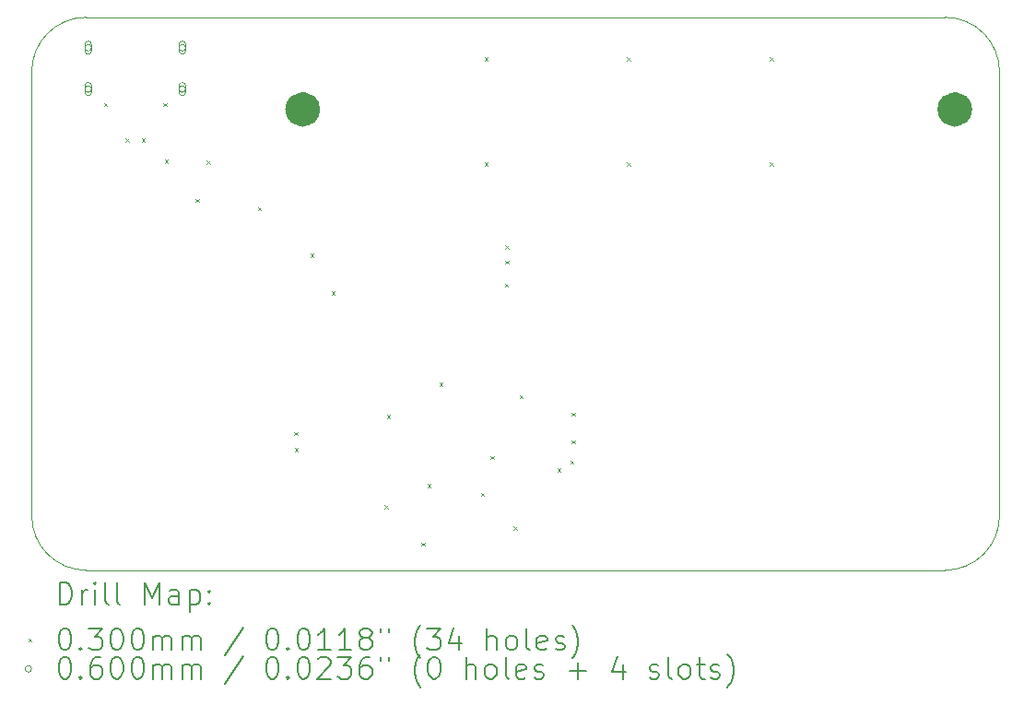
<source format=gbr>
%TF.GenerationSoftware,KiCad,Pcbnew,9.0.0*%
%TF.CreationDate,2025-03-23T23:41:23-05:00*%
%TF.ProjectId,stm32card,73746d33-3263-4617-9264-2e6b69636164,rev?*%
%TF.SameCoordinates,Original*%
%TF.FileFunction,Drillmap*%
%TF.FilePolarity,Positive*%
%FSLAX45Y45*%
G04 Gerber Fmt 4.5, Leading zero omitted, Abs format (unit mm)*
G04 Created by KiCad (PCBNEW 9.0.0) date 2025-03-23 23:41:23*
%MOMM*%
%LPD*%
G01*
G04 APERTURE LIST*
%ADD10C,0.050000*%
%ADD11C,1.600000*%
%ADD12C,0.200000*%
%ADD13C,0.100000*%
G04 APERTURE END LIST*
D10*
X13756447Y-13233553D02*
X21646447Y-13233553D01*
X13756447Y-13233553D02*
G75*
G02*
X13256447Y-12733553I3J500003D01*
G01*
X13256447Y-8653553D02*
X13256447Y-12733553D01*
X21646447Y-8153553D02*
G75*
G02*
X22146447Y-8653553I3J-499997D01*
G01*
X22146447Y-12733553D02*
X22146447Y-8653553D01*
X21646447Y-8153553D02*
X13756447Y-8153553D01*
X13256447Y-8653553D02*
G75*
G02*
X13756447Y-8153547I500003J3D01*
G01*
X22146447Y-12733553D02*
G75*
G02*
X21646447Y-13233547I-499997J3D01*
G01*
D11*
X15825353Y-9000238D02*
G75*
G02*
X15665353Y-9000238I-80000J0D01*
G01*
X15665353Y-9000238D02*
G75*
G02*
X15825353Y-9000238I80000J0D01*
G01*
X21815353Y-9000238D02*
G75*
G02*
X21655353Y-9000238I-80000J0D01*
G01*
X21655353Y-9000238D02*
G75*
G02*
X21815353Y-9000238I80000J0D01*
G01*
D12*
D13*
X13918113Y-8940553D02*
X13948113Y-8970553D01*
X13948113Y-8940553D02*
X13918113Y-8970553D01*
X14118113Y-9265553D02*
X14148113Y-9295553D01*
X14148113Y-9265553D02*
X14118113Y-9295553D01*
X14268113Y-9265553D02*
X14298113Y-9295553D01*
X14298113Y-9265553D02*
X14268113Y-9295553D01*
X14467447Y-8940553D02*
X14497447Y-8970553D01*
X14497447Y-8940553D02*
X14467447Y-8970553D01*
X14480025Y-9463069D02*
X14510025Y-9493069D01*
X14510025Y-9463069D02*
X14480025Y-9493069D01*
X14760287Y-9819910D02*
X14790287Y-9849910D01*
X14790287Y-9819910D02*
X14760287Y-9849910D01*
X14862376Y-9467836D02*
X14892376Y-9497836D01*
X14892376Y-9467836D02*
X14862376Y-9497836D01*
X15334395Y-9898177D02*
X15364395Y-9928177D01*
X15364395Y-9898177D02*
X15334395Y-9928177D01*
X15667855Y-11963740D02*
X15697855Y-11993740D01*
X15697855Y-11963740D02*
X15667855Y-11993740D01*
X15670144Y-12113600D02*
X15700144Y-12143600D01*
X15700144Y-12113600D02*
X15670144Y-12143600D01*
X15817569Y-10323323D02*
X15847569Y-10353323D01*
X15847569Y-10323323D02*
X15817569Y-10353323D01*
X16008863Y-10671007D02*
X16038863Y-10701007D01*
X16038863Y-10671007D02*
X16008863Y-10701007D01*
X16496773Y-12636868D02*
X16526773Y-12666868D01*
X16526773Y-12636868D02*
X16496773Y-12666868D01*
X16518870Y-11809091D02*
X16548870Y-11839091D01*
X16548870Y-11809091D02*
X16518870Y-11839091D01*
X16835898Y-12978531D02*
X16865898Y-13008531D01*
X16865898Y-12978531D02*
X16835898Y-13008531D01*
X16890776Y-12443088D02*
X16920776Y-12473088D01*
X16920776Y-12443088D02*
X16890776Y-12473088D01*
X17001361Y-11510728D02*
X17031361Y-11540728D01*
X17031361Y-11510728D02*
X17001361Y-11540728D01*
X17382855Y-12523096D02*
X17412855Y-12553096D01*
X17412855Y-12523096D02*
X17382855Y-12553096D01*
X17415353Y-8521558D02*
X17445353Y-8551558D01*
X17445353Y-8521558D02*
X17415353Y-8551558D01*
X17415353Y-9484882D02*
X17445353Y-9514882D01*
X17445353Y-9484882D02*
X17415353Y-9514882D01*
X17469624Y-12182906D02*
X17499624Y-12212906D01*
X17499624Y-12182906D02*
X17469624Y-12212906D01*
X17602115Y-10598553D02*
X17632115Y-10628553D01*
X17632115Y-10598553D02*
X17602115Y-10628553D01*
X17604964Y-10248553D02*
X17634964Y-10278553D01*
X17634964Y-10248553D02*
X17604964Y-10278553D01*
X17604964Y-10388553D02*
X17634964Y-10418553D01*
X17634964Y-10388553D02*
X17604964Y-10418553D01*
X17681471Y-12832865D02*
X17711471Y-12862865D01*
X17711471Y-12832865D02*
X17681471Y-12862865D01*
X17736654Y-11624855D02*
X17766654Y-11654855D01*
X17766654Y-11624855D02*
X17736654Y-11654855D01*
X18086552Y-12296162D02*
X18116552Y-12326162D01*
X18116552Y-12296162D02*
X18086552Y-12326162D01*
X18204436Y-12226021D02*
X18234436Y-12256021D01*
X18234436Y-12226021D02*
X18204436Y-12256021D01*
X18214064Y-12038526D02*
X18244064Y-12068526D01*
X18244064Y-12038526D02*
X18214064Y-12068526D01*
X18215680Y-11786663D02*
X18245680Y-11816663D01*
X18245680Y-11786663D02*
X18215680Y-11816663D01*
X18725353Y-8521558D02*
X18755353Y-8551558D01*
X18755353Y-8521558D02*
X18725353Y-8551558D01*
X18725353Y-9484882D02*
X18755353Y-9514882D01*
X18755353Y-9484882D02*
X18725353Y-9514882D01*
X20035353Y-8521558D02*
X20065353Y-8551558D01*
X20065353Y-8521558D02*
X20035353Y-8551558D01*
X20035353Y-9484882D02*
X20065353Y-9514882D01*
X20065353Y-9484882D02*
X20035353Y-9514882D01*
X13805447Y-8433000D02*
G75*
G02*
X13745447Y-8433000I-30000J0D01*
G01*
X13745447Y-8433000D02*
G75*
G02*
X13805447Y-8433000I30000J0D01*
G01*
X13805447Y-8463000D02*
X13805447Y-8403000D01*
X13745447Y-8403000D02*
G75*
G02*
X13805447Y-8403000I30000J0D01*
G01*
X13745447Y-8403000D02*
X13745447Y-8463000D01*
X13745447Y-8463000D02*
G75*
G03*
X13805447Y-8463000I30000J0D01*
G01*
X13805447Y-8813000D02*
G75*
G02*
X13745447Y-8813000I-30000J0D01*
G01*
X13745447Y-8813000D02*
G75*
G02*
X13805447Y-8813000I30000J0D01*
G01*
X13805447Y-8843000D02*
X13805447Y-8783000D01*
X13745447Y-8783000D02*
G75*
G02*
X13805447Y-8783000I30000J0D01*
G01*
X13745447Y-8783000D02*
X13745447Y-8843000D01*
X13745447Y-8843000D02*
G75*
G03*
X13805447Y-8843000I30000J0D01*
G01*
X14669447Y-8433000D02*
G75*
G02*
X14609447Y-8433000I-30000J0D01*
G01*
X14609447Y-8433000D02*
G75*
G02*
X14669447Y-8433000I30000J0D01*
G01*
X14669447Y-8463000D02*
X14669447Y-8403000D01*
X14609447Y-8403000D02*
G75*
G02*
X14669447Y-8403000I30000J0D01*
G01*
X14609447Y-8403000D02*
X14609447Y-8463000D01*
X14609447Y-8463000D02*
G75*
G03*
X14669447Y-8463000I30000J0D01*
G01*
X14669447Y-8813000D02*
G75*
G02*
X14609447Y-8813000I-30000J0D01*
G01*
X14609447Y-8813000D02*
G75*
G02*
X14669447Y-8813000I30000J0D01*
G01*
X14669447Y-8843000D02*
X14669447Y-8783000D01*
X14609447Y-8783000D02*
G75*
G02*
X14669447Y-8783000I30000J0D01*
G01*
X14609447Y-8783000D02*
X14609447Y-8843000D01*
X14609447Y-8843000D02*
G75*
G03*
X14669447Y-8843000I30000J0D01*
G01*
D12*
X13514723Y-13547537D02*
X13514723Y-13347537D01*
X13514723Y-13347537D02*
X13562342Y-13347537D01*
X13562342Y-13347537D02*
X13590914Y-13357061D01*
X13590914Y-13357061D02*
X13609961Y-13376109D01*
X13609961Y-13376109D02*
X13619485Y-13395156D01*
X13619485Y-13395156D02*
X13629009Y-13433251D01*
X13629009Y-13433251D02*
X13629009Y-13461823D01*
X13629009Y-13461823D02*
X13619485Y-13499918D01*
X13619485Y-13499918D02*
X13609961Y-13518966D01*
X13609961Y-13518966D02*
X13590914Y-13538013D01*
X13590914Y-13538013D02*
X13562342Y-13547537D01*
X13562342Y-13547537D02*
X13514723Y-13547537D01*
X13714723Y-13547537D02*
X13714723Y-13414204D01*
X13714723Y-13452299D02*
X13724247Y-13433251D01*
X13724247Y-13433251D02*
X13733771Y-13423728D01*
X13733771Y-13423728D02*
X13752819Y-13414204D01*
X13752819Y-13414204D02*
X13771866Y-13414204D01*
X13838533Y-13547537D02*
X13838533Y-13414204D01*
X13838533Y-13347537D02*
X13829009Y-13357061D01*
X13829009Y-13357061D02*
X13838533Y-13366585D01*
X13838533Y-13366585D02*
X13848057Y-13357061D01*
X13848057Y-13357061D02*
X13838533Y-13347537D01*
X13838533Y-13347537D02*
X13838533Y-13366585D01*
X13962342Y-13547537D02*
X13943295Y-13538013D01*
X13943295Y-13538013D02*
X13933771Y-13518966D01*
X13933771Y-13518966D02*
X13933771Y-13347537D01*
X14067104Y-13547537D02*
X14048057Y-13538013D01*
X14048057Y-13538013D02*
X14038533Y-13518966D01*
X14038533Y-13518966D02*
X14038533Y-13347537D01*
X14295676Y-13547537D02*
X14295676Y-13347537D01*
X14295676Y-13347537D02*
X14362342Y-13490394D01*
X14362342Y-13490394D02*
X14429009Y-13347537D01*
X14429009Y-13347537D02*
X14429009Y-13547537D01*
X14609961Y-13547537D02*
X14609961Y-13442775D01*
X14609961Y-13442775D02*
X14600438Y-13423728D01*
X14600438Y-13423728D02*
X14581390Y-13414204D01*
X14581390Y-13414204D02*
X14543295Y-13414204D01*
X14543295Y-13414204D02*
X14524247Y-13423728D01*
X14609961Y-13538013D02*
X14590914Y-13547537D01*
X14590914Y-13547537D02*
X14543295Y-13547537D01*
X14543295Y-13547537D02*
X14524247Y-13538013D01*
X14524247Y-13538013D02*
X14514723Y-13518966D01*
X14514723Y-13518966D02*
X14514723Y-13499918D01*
X14514723Y-13499918D02*
X14524247Y-13480870D01*
X14524247Y-13480870D02*
X14543295Y-13471347D01*
X14543295Y-13471347D02*
X14590914Y-13471347D01*
X14590914Y-13471347D02*
X14609961Y-13461823D01*
X14705200Y-13414204D02*
X14705200Y-13614204D01*
X14705200Y-13423728D02*
X14724247Y-13414204D01*
X14724247Y-13414204D02*
X14762342Y-13414204D01*
X14762342Y-13414204D02*
X14781390Y-13423728D01*
X14781390Y-13423728D02*
X14790914Y-13433251D01*
X14790914Y-13433251D02*
X14800438Y-13452299D01*
X14800438Y-13452299D02*
X14800438Y-13509442D01*
X14800438Y-13509442D02*
X14790914Y-13528489D01*
X14790914Y-13528489D02*
X14781390Y-13538013D01*
X14781390Y-13538013D02*
X14762342Y-13547537D01*
X14762342Y-13547537D02*
X14724247Y-13547537D01*
X14724247Y-13547537D02*
X14705200Y-13538013D01*
X14886152Y-13528489D02*
X14895676Y-13538013D01*
X14895676Y-13538013D02*
X14886152Y-13547537D01*
X14886152Y-13547537D02*
X14876628Y-13538013D01*
X14876628Y-13538013D02*
X14886152Y-13528489D01*
X14886152Y-13528489D02*
X14886152Y-13547537D01*
X14886152Y-13423728D02*
X14895676Y-13433251D01*
X14895676Y-13433251D02*
X14886152Y-13442775D01*
X14886152Y-13442775D02*
X14876628Y-13433251D01*
X14876628Y-13433251D02*
X14886152Y-13423728D01*
X14886152Y-13423728D02*
X14886152Y-13442775D01*
D13*
X13223947Y-13861053D02*
X13253947Y-13891053D01*
X13253947Y-13861053D02*
X13223947Y-13891053D01*
D12*
X13552819Y-13767537D02*
X13571866Y-13767537D01*
X13571866Y-13767537D02*
X13590914Y-13777061D01*
X13590914Y-13777061D02*
X13600438Y-13786585D01*
X13600438Y-13786585D02*
X13609961Y-13805632D01*
X13609961Y-13805632D02*
X13619485Y-13843728D01*
X13619485Y-13843728D02*
X13619485Y-13891347D01*
X13619485Y-13891347D02*
X13609961Y-13929442D01*
X13609961Y-13929442D02*
X13600438Y-13948489D01*
X13600438Y-13948489D02*
X13590914Y-13958013D01*
X13590914Y-13958013D02*
X13571866Y-13967537D01*
X13571866Y-13967537D02*
X13552819Y-13967537D01*
X13552819Y-13967537D02*
X13533771Y-13958013D01*
X13533771Y-13958013D02*
X13524247Y-13948489D01*
X13524247Y-13948489D02*
X13514723Y-13929442D01*
X13514723Y-13929442D02*
X13505200Y-13891347D01*
X13505200Y-13891347D02*
X13505200Y-13843728D01*
X13505200Y-13843728D02*
X13514723Y-13805632D01*
X13514723Y-13805632D02*
X13524247Y-13786585D01*
X13524247Y-13786585D02*
X13533771Y-13777061D01*
X13533771Y-13777061D02*
X13552819Y-13767537D01*
X13705200Y-13948489D02*
X13714723Y-13958013D01*
X13714723Y-13958013D02*
X13705200Y-13967537D01*
X13705200Y-13967537D02*
X13695676Y-13958013D01*
X13695676Y-13958013D02*
X13705200Y-13948489D01*
X13705200Y-13948489D02*
X13705200Y-13967537D01*
X13781390Y-13767537D02*
X13905200Y-13767537D01*
X13905200Y-13767537D02*
X13838533Y-13843728D01*
X13838533Y-13843728D02*
X13867104Y-13843728D01*
X13867104Y-13843728D02*
X13886152Y-13853251D01*
X13886152Y-13853251D02*
X13895676Y-13862775D01*
X13895676Y-13862775D02*
X13905200Y-13881823D01*
X13905200Y-13881823D02*
X13905200Y-13929442D01*
X13905200Y-13929442D02*
X13895676Y-13948489D01*
X13895676Y-13948489D02*
X13886152Y-13958013D01*
X13886152Y-13958013D02*
X13867104Y-13967537D01*
X13867104Y-13967537D02*
X13809961Y-13967537D01*
X13809961Y-13967537D02*
X13790914Y-13958013D01*
X13790914Y-13958013D02*
X13781390Y-13948489D01*
X14029009Y-13767537D02*
X14048057Y-13767537D01*
X14048057Y-13767537D02*
X14067104Y-13777061D01*
X14067104Y-13777061D02*
X14076628Y-13786585D01*
X14076628Y-13786585D02*
X14086152Y-13805632D01*
X14086152Y-13805632D02*
X14095676Y-13843728D01*
X14095676Y-13843728D02*
X14095676Y-13891347D01*
X14095676Y-13891347D02*
X14086152Y-13929442D01*
X14086152Y-13929442D02*
X14076628Y-13948489D01*
X14076628Y-13948489D02*
X14067104Y-13958013D01*
X14067104Y-13958013D02*
X14048057Y-13967537D01*
X14048057Y-13967537D02*
X14029009Y-13967537D01*
X14029009Y-13967537D02*
X14009961Y-13958013D01*
X14009961Y-13958013D02*
X14000438Y-13948489D01*
X14000438Y-13948489D02*
X13990914Y-13929442D01*
X13990914Y-13929442D02*
X13981390Y-13891347D01*
X13981390Y-13891347D02*
X13981390Y-13843728D01*
X13981390Y-13843728D02*
X13990914Y-13805632D01*
X13990914Y-13805632D02*
X14000438Y-13786585D01*
X14000438Y-13786585D02*
X14009961Y-13777061D01*
X14009961Y-13777061D02*
X14029009Y-13767537D01*
X14219485Y-13767537D02*
X14238533Y-13767537D01*
X14238533Y-13767537D02*
X14257581Y-13777061D01*
X14257581Y-13777061D02*
X14267104Y-13786585D01*
X14267104Y-13786585D02*
X14276628Y-13805632D01*
X14276628Y-13805632D02*
X14286152Y-13843728D01*
X14286152Y-13843728D02*
X14286152Y-13891347D01*
X14286152Y-13891347D02*
X14276628Y-13929442D01*
X14276628Y-13929442D02*
X14267104Y-13948489D01*
X14267104Y-13948489D02*
X14257581Y-13958013D01*
X14257581Y-13958013D02*
X14238533Y-13967537D01*
X14238533Y-13967537D02*
X14219485Y-13967537D01*
X14219485Y-13967537D02*
X14200438Y-13958013D01*
X14200438Y-13958013D02*
X14190914Y-13948489D01*
X14190914Y-13948489D02*
X14181390Y-13929442D01*
X14181390Y-13929442D02*
X14171866Y-13891347D01*
X14171866Y-13891347D02*
X14171866Y-13843728D01*
X14171866Y-13843728D02*
X14181390Y-13805632D01*
X14181390Y-13805632D02*
X14190914Y-13786585D01*
X14190914Y-13786585D02*
X14200438Y-13777061D01*
X14200438Y-13777061D02*
X14219485Y-13767537D01*
X14371866Y-13967537D02*
X14371866Y-13834204D01*
X14371866Y-13853251D02*
X14381390Y-13843728D01*
X14381390Y-13843728D02*
X14400438Y-13834204D01*
X14400438Y-13834204D02*
X14429009Y-13834204D01*
X14429009Y-13834204D02*
X14448057Y-13843728D01*
X14448057Y-13843728D02*
X14457581Y-13862775D01*
X14457581Y-13862775D02*
X14457581Y-13967537D01*
X14457581Y-13862775D02*
X14467104Y-13843728D01*
X14467104Y-13843728D02*
X14486152Y-13834204D01*
X14486152Y-13834204D02*
X14514723Y-13834204D01*
X14514723Y-13834204D02*
X14533771Y-13843728D01*
X14533771Y-13843728D02*
X14543295Y-13862775D01*
X14543295Y-13862775D02*
X14543295Y-13967537D01*
X14638533Y-13967537D02*
X14638533Y-13834204D01*
X14638533Y-13853251D02*
X14648057Y-13843728D01*
X14648057Y-13843728D02*
X14667104Y-13834204D01*
X14667104Y-13834204D02*
X14695676Y-13834204D01*
X14695676Y-13834204D02*
X14714723Y-13843728D01*
X14714723Y-13843728D02*
X14724247Y-13862775D01*
X14724247Y-13862775D02*
X14724247Y-13967537D01*
X14724247Y-13862775D02*
X14733771Y-13843728D01*
X14733771Y-13843728D02*
X14752819Y-13834204D01*
X14752819Y-13834204D02*
X14781390Y-13834204D01*
X14781390Y-13834204D02*
X14800438Y-13843728D01*
X14800438Y-13843728D02*
X14809962Y-13862775D01*
X14809962Y-13862775D02*
X14809962Y-13967537D01*
X15200438Y-13758013D02*
X15029009Y-14015156D01*
X15457581Y-13767537D02*
X15476628Y-13767537D01*
X15476628Y-13767537D02*
X15495676Y-13777061D01*
X15495676Y-13777061D02*
X15505200Y-13786585D01*
X15505200Y-13786585D02*
X15514724Y-13805632D01*
X15514724Y-13805632D02*
X15524247Y-13843728D01*
X15524247Y-13843728D02*
X15524247Y-13891347D01*
X15524247Y-13891347D02*
X15514724Y-13929442D01*
X15514724Y-13929442D02*
X15505200Y-13948489D01*
X15505200Y-13948489D02*
X15495676Y-13958013D01*
X15495676Y-13958013D02*
X15476628Y-13967537D01*
X15476628Y-13967537D02*
X15457581Y-13967537D01*
X15457581Y-13967537D02*
X15438533Y-13958013D01*
X15438533Y-13958013D02*
X15429009Y-13948489D01*
X15429009Y-13948489D02*
X15419485Y-13929442D01*
X15419485Y-13929442D02*
X15409962Y-13891347D01*
X15409962Y-13891347D02*
X15409962Y-13843728D01*
X15409962Y-13843728D02*
X15419485Y-13805632D01*
X15419485Y-13805632D02*
X15429009Y-13786585D01*
X15429009Y-13786585D02*
X15438533Y-13777061D01*
X15438533Y-13777061D02*
X15457581Y-13767537D01*
X15609962Y-13948489D02*
X15619485Y-13958013D01*
X15619485Y-13958013D02*
X15609962Y-13967537D01*
X15609962Y-13967537D02*
X15600438Y-13958013D01*
X15600438Y-13958013D02*
X15609962Y-13948489D01*
X15609962Y-13948489D02*
X15609962Y-13967537D01*
X15743295Y-13767537D02*
X15762343Y-13767537D01*
X15762343Y-13767537D02*
X15781390Y-13777061D01*
X15781390Y-13777061D02*
X15790914Y-13786585D01*
X15790914Y-13786585D02*
X15800438Y-13805632D01*
X15800438Y-13805632D02*
X15809962Y-13843728D01*
X15809962Y-13843728D02*
X15809962Y-13891347D01*
X15809962Y-13891347D02*
X15800438Y-13929442D01*
X15800438Y-13929442D02*
X15790914Y-13948489D01*
X15790914Y-13948489D02*
X15781390Y-13958013D01*
X15781390Y-13958013D02*
X15762343Y-13967537D01*
X15762343Y-13967537D02*
X15743295Y-13967537D01*
X15743295Y-13967537D02*
X15724247Y-13958013D01*
X15724247Y-13958013D02*
X15714724Y-13948489D01*
X15714724Y-13948489D02*
X15705200Y-13929442D01*
X15705200Y-13929442D02*
X15695676Y-13891347D01*
X15695676Y-13891347D02*
X15695676Y-13843728D01*
X15695676Y-13843728D02*
X15705200Y-13805632D01*
X15705200Y-13805632D02*
X15714724Y-13786585D01*
X15714724Y-13786585D02*
X15724247Y-13777061D01*
X15724247Y-13777061D02*
X15743295Y-13767537D01*
X16000438Y-13967537D02*
X15886152Y-13967537D01*
X15943295Y-13967537D02*
X15943295Y-13767537D01*
X15943295Y-13767537D02*
X15924247Y-13796109D01*
X15924247Y-13796109D02*
X15905200Y-13815156D01*
X15905200Y-13815156D02*
X15886152Y-13824680D01*
X16190914Y-13967537D02*
X16076628Y-13967537D01*
X16133771Y-13967537D02*
X16133771Y-13767537D01*
X16133771Y-13767537D02*
X16114724Y-13796109D01*
X16114724Y-13796109D02*
X16095676Y-13815156D01*
X16095676Y-13815156D02*
X16076628Y-13824680D01*
X16305200Y-13853251D02*
X16286152Y-13843728D01*
X16286152Y-13843728D02*
X16276628Y-13834204D01*
X16276628Y-13834204D02*
X16267105Y-13815156D01*
X16267105Y-13815156D02*
X16267105Y-13805632D01*
X16267105Y-13805632D02*
X16276628Y-13786585D01*
X16276628Y-13786585D02*
X16286152Y-13777061D01*
X16286152Y-13777061D02*
X16305200Y-13767537D01*
X16305200Y-13767537D02*
X16343295Y-13767537D01*
X16343295Y-13767537D02*
X16362343Y-13777061D01*
X16362343Y-13777061D02*
X16371866Y-13786585D01*
X16371866Y-13786585D02*
X16381390Y-13805632D01*
X16381390Y-13805632D02*
X16381390Y-13815156D01*
X16381390Y-13815156D02*
X16371866Y-13834204D01*
X16371866Y-13834204D02*
X16362343Y-13843728D01*
X16362343Y-13843728D02*
X16343295Y-13853251D01*
X16343295Y-13853251D02*
X16305200Y-13853251D01*
X16305200Y-13853251D02*
X16286152Y-13862775D01*
X16286152Y-13862775D02*
X16276628Y-13872299D01*
X16276628Y-13872299D02*
X16267105Y-13891347D01*
X16267105Y-13891347D02*
X16267105Y-13929442D01*
X16267105Y-13929442D02*
X16276628Y-13948489D01*
X16276628Y-13948489D02*
X16286152Y-13958013D01*
X16286152Y-13958013D02*
X16305200Y-13967537D01*
X16305200Y-13967537D02*
X16343295Y-13967537D01*
X16343295Y-13967537D02*
X16362343Y-13958013D01*
X16362343Y-13958013D02*
X16371866Y-13948489D01*
X16371866Y-13948489D02*
X16381390Y-13929442D01*
X16381390Y-13929442D02*
X16381390Y-13891347D01*
X16381390Y-13891347D02*
X16371866Y-13872299D01*
X16371866Y-13872299D02*
X16362343Y-13862775D01*
X16362343Y-13862775D02*
X16343295Y-13853251D01*
X16457581Y-13767537D02*
X16457581Y-13805632D01*
X16533771Y-13767537D02*
X16533771Y-13805632D01*
X16829010Y-14043728D02*
X16819486Y-14034204D01*
X16819486Y-14034204D02*
X16800438Y-14005632D01*
X16800438Y-14005632D02*
X16790914Y-13986585D01*
X16790914Y-13986585D02*
X16781390Y-13958013D01*
X16781390Y-13958013D02*
X16771867Y-13910394D01*
X16771867Y-13910394D02*
X16771867Y-13872299D01*
X16771867Y-13872299D02*
X16781390Y-13824680D01*
X16781390Y-13824680D02*
X16790914Y-13796109D01*
X16790914Y-13796109D02*
X16800438Y-13777061D01*
X16800438Y-13777061D02*
X16819486Y-13748489D01*
X16819486Y-13748489D02*
X16829010Y-13738966D01*
X16886152Y-13767537D02*
X17009962Y-13767537D01*
X17009962Y-13767537D02*
X16943295Y-13843728D01*
X16943295Y-13843728D02*
X16971867Y-13843728D01*
X16971867Y-13843728D02*
X16990914Y-13853251D01*
X16990914Y-13853251D02*
X17000438Y-13862775D01*
X17000438Y-13862775D02*
X17009962Y-13881823D01*
X17009962Y-13881823D02*
X17009962Y-13929442D01*
X17009962Y-13929442D02*
X17000438Y-13948489D01*
X17000438Y-13948489D02*
X16990914Y-13958013D01*
X16990914Y-13958013D02*
X16971867Y-13967537D01*
X16971867Y-13967537D02*
X16914724Y-13967537D01*
X16914724Y-13967537D02*
X16895676Y-13958013D01*
X16895676Y-13958013D02*
X16886152Y-13948489D01*
X17181390Y-13834204D02*
X17181390Y-13967537D01*
X17133771Y-13758013D02*
X17086152Y-13900870D01*
X17086152Y-13900870D02*
X17209962Y-13900870D01*
X17438533Y-13967537D02*
X17438533Y-13767537D01*
X17524248Y-13967537D02*
X17524248Y-13862775D01*
X17524248Y-13862775D02*
X17514724Y-13843728D01*
X17514724Y-13843728D02*
X17495676Y-13834204D01*
X17495676Y-13834204D02*
X17467105Y-13834204D01*
X17467105Y-13834204D02*
X17448057Y-13843728D01*
X17448057Y-13843728D02*
X17438533Y-13853251D01*
X17648057Y-13967537D02*
X17629010Y-13958013D01*
X17629010Y-13958013D02*
X17619486Y-13948489D01*
X17619486Y-13948489D02*
X17609962Y-13929442D01*
X17609962Y-13929442D02*
X17609962Y-13872299D01*
X17609962Y-13872299D02*
X17619486Y-13853251D01*
X17619486Y-13853251D02*
X17629010Y-13843728D01*
X17629010Y-13843728D02*
X17648057Y-13834204D01*
X17648057Y-13834204D02*
X17676629Y-13834204D01*
X17676629Y-13834204D02*
X17695676Y-13843728D01*
X17695676Y-13843728D02*
X17705200Y-13853251D01*
X17705200Y-13853251D02*
X17714724Y-13872299D01*
X17714724Y-13872299D02*
X17714724Y-13929442D01*
X17714724Y-13929442D02*
X17705200Y-13948489D01*
X17705200Y-13948489D02*
X17695676Y-13958013D01*
X17695676Y-13958013D02*
X17676629Y-13967537D01*
X17676629Y-13967537D02*
X17648057Y-13967537D01*
X17829010Y-13967537D02*
X17809962Y-13958013D01*
X17809962Y-13958013D02*
X17800438Y-13938966D01*
X17800438Y-13938966D02*
X17800438Y-13767537D01*
X17981391Y-13958013D02*
X17962343Y-13967537D01*
X17962343Y-13967537D02*
X17924248Y-13967537D01*
X17924248Y-13967537D02*
X17905200Y-13958013D01*
X17905200Y-13958013D02*
X17895676Y-13938966D01*
X17895676Y-13938966D02*
X17895676Y-13862775D01*
X17895676Y-13862775D02*
X17905200Y-13843728D01*
X17905200Y-13843728D02*
X17924248Y-13834204D01*
X17924248Y-13834204D02*
X17962343Y-13834204D01*
X17962343Y-13834204D02*
X17981391Y-13843728D01*
X17981391Y-13843728D02*
X17990914Y-13862775D01*
X17990914Y-13862775D02*
X17990914Y-13881823D01*
X17990914Y-13881823D02*
X17895676Y-13900870D01*
X18067105Y-13958013D02*
X18086152Y-13967537D01*
X18086152Y-13967537D02*
X18124248Y-13967537D01*
X18124248Y-13967537D02*
X18143295Y-13958013D01*
X18143295Y-13958013D02*
X18152819Y-13938966D01*
X18152819Y-13938966D02*
X18152819Y-13929442D01*
X18152819Y-13929442D02*
X18143295Y-13910394D01*
X18143295Y-13910394D02*
X18124248Y-13900870D01*
X18124248Y-13900870D02*
X18095676Y-13900870D01*
X18095676Y-13900870D02*
X18076629Y-13891347D01*
X18076629Y-13891347D02*
X18067105Y-13872299D01*
X18067105Y-13872299D02*
X18067105Y-13862775D01*
X18067105Y-13862775D02*
X18076629Y-13843728D01*
X18076629Y-13843728D02*
X18095676Y-13834204D01*
X18095676Y-13834204D02*
X18124248Y-13834204D01*
X18124248Y-13834204D02*
X18143295Y-13843728D01*
X18219486Y-14043728D02*
X18229010Y-14034204D01*
X18229010Y-14034204D02*
X18248057Y-14005632D01*
X18248057Y-14005632D02*
X18257581Y-13986585D01*
X18257581Y-13986585D02*
X18267105Y-13958013D01*
X18267105Y-13958013D02*
X18276629Y-13910394D01*
X18276629Y-13910394D02*
X18276629Y-13872299D01*
X18276629Y-13872299D02*
X18267105Y-13824680D01*
X18267105Y-13824680D02*
X18257581Y-13796109D01*
X18257581Y-13796109D02*
X18248057Y-13777061D01*
X18248057Y-13777061D02*
X18229010Y-13748489D01*
X18229010Y-13748489D02*
X18219486Y-13738966D01*
D13*
X13253947Y-14140053D02*
G75*
G02*
X13193947Y-14140053I-30000J0D01*
G01*
X13193947Y-14140053D02*
G75*
G02*
X13253947Y-14140053I30000J0D01*
G01*
D12*
X13552819Y-14031537D02*
X13571866Y-14031537D01*
X13571866Y-14031537D02*
X13590914Y-14041061D01*
X13590914Y-14041061D02*
X13600438Y-14050585D01*
X13600438Y-14050585D02*
X13609961Y-14069632D01*
X13609961Y-14069632D02*
X13619485Y-14107728D01*
X13619485Y-14107728D02*
X13619485Y-14155347D01*
X13619485Y-14155347D02*
X13609961Y-14193442D01*
X13609961Y-14193442D02*
X13600438Y-14212489D01*
X13600438Y-14212489D02*
X13590914Y-14222013D01*
X13590914Y-14222013D02*
X13571866Y-14231537D01*
X13571866Y-14231537D02*
X13552819Y-14231537D01*
X13552819Y-14231537D02*
X13533771Y-14222013D01*
X13533771Y-14222013D02*
X13524247Y-14212489D01*
X13524247Y-14212489D02*
X13514723Y-14193442D01*
X13514723Y-14193442D02*
X13505200Y-14155347D01*
X13505200Y-14155347D02*
X13505200Y-14107728D01*
X13505200Y-14107728D02*
X13514723Y-14069632D01*
X13514723Y-14069632D02*
X13524247Y-14050585D01*
X13524247Y-14050585D02*
X13533771Y-14041061D01*
X13533771Y-14041061D02*
X13552819Y-14031537D01*
X13705200Y-14212489D02*
X13714723Y-14222013D01*
X13714723Y-14222013D02*
X13705200Y-14231537D01*
X13705200Y-14231537D02*
X13695676Y-14222013D01*
X13695676Y-14222013D02*
X13705200Y-14212489D01*
X13705200Y-14212489D02*
X13705200Y-14231537D01*
X13886152Y-14031537D02*
X13848057Y-14031537D01*
X13848057Y-14031537D02*
X13829009Y-14041061D01*
X13829009Y-14041061D02*
X13819485Y-14050585D01*
X13819485Y-14050585D02*
X13800438Y-14079156D01*
X13800438Y-14079156D02*
X13790914Y-14117251D01*
X13790914Y-14117251D02*
X13790914Y-14193442D01*
X13790914Y-14193442D02*
X13800438Y-14212489D01*
X13800438Y-14212489D02*
X13809961Y-14222013D01*
X13809961Y-14222013D02*
X13829009Y-14231537D01*
X13829009Y-14231537D02*
X13867104Y-14231537D01*
X13867104Y-14231537D02*
X13886152Y-14222013D01*
X13886152Y-14222013D02*
X13895676Y-14212489D01*
X13895676Y-14212489D02*
X13905200Y-14193442D01*
X13905200Y-14193442D02*
X13905200Y-14145823D01*
X13905200Y-14145823D02*
X13895676Y-14126775D01*
X13895676Y-14126775D02*
X13886152Y-14117251D01*
X13886152Y-14117251D02*
X13867104Y-14107728D01*
X13867104Y-14107728D02*
X13829009Y-14107728D01*
X13829009Y-14107728D02*
X13809961Y-14117251D01*
X13809961Y-14117251D02*
X13800438Y-14126775D01*
X13800438Y-14126775D02*
X13790914Y-14145823D01*
X14029009Y-14031537D02*
X14048057Y-14031537D01*
X14048057Y-14031537D02*
X14067104Y-14041061D01*
X14067104Y-14041061D02*
X14076628Y-14050585D01*
X14076628Y-14050585D02*
X14086152Y-14069632D01*
X14086152Y-14069632D02*
X14095676Y-14107728D01*
X14095676Y-14107728D02*
X14095676Y-14155347D01*
X14095676Y-14155347D02*
X14086152Y-14193442D01*
X14086152Y-14193442D02*
X14076628Y-14212489D01*
X14076628Y-14212489D02*
X14067104Y-14222013D01*
X14067104Y-14222013D02*
X14048057Y-14231537D01*
X14048057Y-14231537D02*
X14029009Y-14231537D01*
X14029009Y-14231537D02*
X14009961Y-14222013D01*
X14009961Y-14222013D02*
X14000438Y-14212489D01*
X14000438Y-14212489D02*
X13990914Y-14193442D01*
X13990914Y-14193442D02*
X13981390Y-14155347D01*
X13981390Y-14155347D02*
X13981390Y-14107728D01*
X13981390Y-14107728D02*
X13990914Y-14069632D01*
X13990914Y-14069632D02*
X14000438Y-14050585D01*
X14000438Y-14050585D02*
X14009961Y-14041061D01*
X14009961Y-14041061D02*
X14029009Y-14031537D01*
X14219485Y-14031537D02*
X14238533Y-14031537D01*
X14238533Y-14031537D02*
X14257581Y-14041061D01*
X14257581Y-14041061D02*
X14267104Y-14050585D01*
X14267104Y-14050585D02*
X14276628Y-14069632D01*
X14276628Y-14069632D02*
X14286152Y-14107728D01*
X14286152Y-14107728D02*
X14286152Y-14155347D01*
X14286152Y-14155347D02*
X14276628Y-14193442D01*
X14276628Y-14193442D02*
X14267104Y-14212489D01*
X14267104Y-14212489D02*
X14257581Y-14222013D01*
X14257581Y-14222013D02*
X14238533Y-14231537D01*
X14238533Y-14231537D02*
X14219485Y-14231537D01*
X14219485Y-14231537D02*
X14200438Y-14222013D01*
X14200438Y-14222013D02*
X14190914Y-14212489D01*
X14190914Y-14212489D02*
X14181390Y-14193442D01*
X14181390Y-14193442D02*
X14171866Y-14155347D01*
X14171866Y-14155347D02*
X14171866Y-14107728D01*
X14171866Y-14107728D02*
X14181390Y-14069632D01*
X14181390Y-14069632D02*
X14190914Y-14050585D01*
X14190914Y-14050585D02*
X14200438Y-14041061D01*
X14200438Y-14041061D02*
X14219485Y-14031537D01*
X14371866Y-14231537D02*
X14371866Y-14098204D01*
X14371866Y-14117251D02*
X14381390Y-14107728D01*
X14381390Y-14107728D02*
X14400438Y-14098204D01*
X14400438Y-14098204D02*
X14429009Y-14098204D01*
X14429009Y-14098204D02*
X14448057Y-14107728D01*
X14448057Y-14107728D02*
X14457581Y-14126775D01*
X14457581Y-14126775D02*
X14457581Y-14231537D01*
X14457581Y-14126775D02*
X14467104Y-14107728D01*
X14467104Y-14107728D02*
X14486152Y-14098204D01*
X14486152Y-14098204D02*
X14514723Y-14098204D01*
X14514723Y-14098204D02*
X14533771Y-14107728D01*
X14533771Y-14107728D02*
X14543295Y-14126775D01*
X14543295Y-14126775D02*
X14543295Y-14231537D01*
X14638533Y-14231537D02*
X14638533Y-14098204D01*
X14638533Y-14117251D02*
X14648057Y-14107728D01*
X14648057Y-14107728D02*
X14667104Y-14098204D01*
X14667104Y-14098204D02*
X14695676Y-14098204D01*
X14695676Y-14098204D02*
X14714723Y-14107728D01*
X14714723Y-14107728D02*
X14724247Y-14126775D01*
X14724247Y-14126775D02*
X14724247Y-14231537D01*
X14724247Y-14126775D02*
X14733771Y-14107728D01*
X14733771Y-14107728D02*
X14752819Y-14098204D01*
X14752819Y-14098204D02*
X14781390Y-14098204D01*
X14781390Y-14098204D02*
X14800438Y-14107728D01*
X14800438Y-14107728D02*
X14809962Y-14126775D01*
X14809962Y-14126775D02*
X14809962Y-14231537D01*
X15200438Y-14022013D02*
X15029009Y-14279156D01*
X15457581Y-14031537D02*
X15476628Y-14031537D01*
X15476628Y-14031537D02*
X15495676Y-14041061D01*
X15495676Y-14041061D02*
X15505200Y-14050585D01*
X15505200Y-14050585D02*
X15514724Y-14069632D01*
X15514724Y-14069632D02*
X15524247Y-14107728D01*
X15524247Y-14107728D02*
X15524247Y-14155347D01*
X15524247Y-14155347D02*
X15514724Y-14193442D01*
X15514724Y-14193442D02*
X15505200Y-14212489D01*
X15505200Y-14212489D02*
X15495676Y-14222013D01*
X15495676Y-14222013D02*
X15476628Y-14231537D01*
X15476628Y-14231537D02*
X15457581Y-14231537D01*
X15457581Y-14231537D02*
X15438533Y-14222013D01*
X15438533Y-14222013D02*
X15429009Y-14212489D01*
X15429009Y-14212489D02*
X15419485Y-14193442D01*
X15419485Y-14193442D02*
X15409962Y-14155347D01*
X15409962Y-14155347D02*
X15409962Y-14107728D01*
X15409962Y-14107728D02*
X15419485Y-14069632D01*
X15419485Y-14069632D02*
X15429009Y-14050585D01*
X15429009Y-14050585D02*
X15438533Y-14041061D01*
X15438533Y-14041061D02*
X15457581Y-14031537D01*
X15609962Y-14212489D02*
X15619485Y-14222013D01*
X15619485Y-14222013D02*
X15609962Y-14231537D01*
X15609962Y-14231537D02*
X15600438Y-14222013D01*
X15600438Y-14222013D02*
X15609962Y-14212489D01*
X15609962Y-14212489D02*
X15609962Y-14231537D01*
X15743295Y-14031537D02*
X15762343Y-14031537D01*
X15762343Y-14031537D02*
X15781390Y-14041061D01*
X15781390Y-14041061D02*
X15790914Y-14050585D01*
X15790914Y-14050585D02*
X15800438Y-14069632D01*
X15800438Y-14069632D02*
X15809962Y-14107728D01*
X15809962Y-14107728D02*
X15809962Y-14155347D01*
X15809962Y-14155347D02*
X15800438Y-14193442D01*
X15800438Y-14193442D02*
X15790914Y-14212489D01*
X15790914Y-14212489D02*
X15781390Y-14222013D01*
X15781390Y-14222013D02*
X15762343Y-14231537D01*
X15762343Y-14231537D02*
X15743295Y-14231537D01*
X15743295Y-14231537D02*
X15724247Y-14222013D01*
X15724247Y-14222013D02*
X15714724Y-14212489D01*
X15714724Y-14212489D02*
X15705200Y-14193442D01*
X15705200Y-14193442D02*
X15695676Y-14155347D01*
X15695676Y-14155347D02*
X15695676Y-14107728D01*
X15695676Y-14107728D02*
X15705200Y-14069632D01*
X15705200Y-14069632D02*
X15714724Y-14050585D01*
X15714724Y-14050585D02*
X15724247Y-14041061D01*
X15724247Y-14041061D02*
X15743295Y-14031537D01*
X15886152Y-14050585D02*
X15895676Y-14041061D01*
X15895676Y-14041061D02*
X15914724Y-14031537D01*
X15914724Y-14031537D02*
X15962343Y-14031537D01*
X15962343Y-14031537D02*
X15981390Y-14041061D01*
X15981390Y-14041061D02*
X15990914Y-14050585D01*
X15990914Y-14050585D02*
X16000438Y-14069632D01*
X16000438Y-14069632D02*
X16000438Y-14088680D01*
X16000438Y-14088680D02*
X15990914Y-14117251D01*
X15990914Y-14117251D02*
X15876628Y-14231537D01*
X15876628Y-14231537D02*
X16000438Y-14231537D01*
X16067105Y-14031537D02*
X16190914Y-14031537D01*
X16190914Y-14031537D02*
X16124247Y-14107728D01*
X16124247Y-14107728D02*
X16152819Y-14107728D01*
X16152819Y-14107728D02*
X16171866Y-14117251D01*
X16171866Y-14117251D02*
X16181390Y-14126775D01*
X16181390Y-14126775D02*
X16190914Y-14145823D01*
X16190914Y-14145823D02*
X16190914Y-14193442D01*
X16190914Y-14193442D02*
X16181390Y-14212489D01*
X16181390Y-14212489D02*
X16171866Y-14222013D01*
X16171866Y-14222013D02*
X16152819Y-14231537D01*
X16152819Y-14231537D02*
X16095676Y-14231537D01*
X16095676Y-14231537D02*
X16076628Y-14222013D01*
X16076628Y-14222013D02*
X16067105Y-14212489D01*
X16362343Y-14031537D02*
X16324247Y-14031537D01*
X16324247Y-14031537D02*
X16305200Y-14041061D01*
X16305200Y-14041061D02*
X16295676Y-14050585D01*
X16295676Y-14050585D02*
X16276628Y-14079156D01*
X16276628Y-14079156D02*
X16267105Y-14117251D01*
X16267105Y-14117251D02*
X16267105Y-14193442D01*
X16267105Y-14193442D02*
X16276628Y-14212489D01*
X16276628Y-14212489D02*
X16286152Y-14222013D01*
X16286152Y-14222013D02*
X16305200Y-14231537D01*
X16305200Y-14231537D02*
X16343295Y-14231537D01*
X16343295Y-14231537D02*
X16362343Y-14222013D01*
X16362343Y-14222013D02*
X16371866Y-14212489D01*
X16371866Y-14212489D02*
X16381390Y-14193442D01*
X16381390Y-14193442D02*
X16381390Y-14145823D01*
X16381390Y-14145823D02*
X16371866Y-14126775D01*
X16371866Y-14126775D02*
X16362343Y-14117251D01*
X16362343Y-14117251D02*
X16343295Y-14107728D01*
X16343295Y-14107728D02*
X16305200Y-14107728D01*
X16305200Y-14107728D02*
X16286152Y-14117251D01*
X16286152Y-14117251D02*
X16276628Y-14126775D01*
X16276628Y-14126775D02*
X16267105Y-14145823D01*
X16457581Y-14031537D02*
X16457581Y-14069632D01*
X16533771Y-14031537D02*
X16533771Y-14069632D01*
X16829010Y-14307728D02*
X16819486Y-14298204D01*
X16819486Y-14298204D02*
X16800438Y-14269632D01*
X16800438Y-14269632D02*
X16790914Y-14250585D01*
X16790914Y-14250585D02*
X16781390Y-14222013D01*
X16781390Y-14222013D02*
X16771867Y-14174394D01*
X16771867Y-14174394D02*
X16771867Y-14136299D01*
X16771867Y-14136299D02*
X16781390Y-14088680D01*
X16781390Y-14088680D02*
X16790914Y-14060109D01*
X16790914Y-14060109D02*
X16800438Y-14041061D01*
X16800438Y-14041061D02*
X16819486Y-14012489D01*
X16819486Y-14012489D02*
X16829010Y-14002966D01*
X16943295Y-14031537D02*
X16962343Y-14031537D01*
X16962343Y-14031537D02*
X16981390Y-14041061D01*
X16981390Y-14041061D02*
X16990914Y-14050585D01*
X16990914Y-14050585D02*
X17000438Y-14069632D01*
X17000438Y-14069632D02*
X17009962Y-14107728D01*
X17009962Y-14107728D02*
X17009962Y-14155347D01*
X17009962Y-14155347D02*
X17000438Y-14193442D01*
X17000438Y-14193442D02*
X16990914Y-14212489D01*
X16990914Y-14212489D02*
X16981390Y-14222013D01*
X16981390Y-14222013D02*
X16962343Y-14231537D01*
X16962343Y-14231537D02*
X16943295Y-14231537D01*
X16943295Y-14231537D02*
X16924248Y-14222013D01*
X16924248Y-14222013D02*
X16914724Y-14212489D01*
X16914724Y-14212489D02*
X16905200Y-14193442D01*
X16905200Y-14193442D02*
X16895676Y-14155347D01*
X16895676Y-14155347D02*
X16895676Y-14107728D01*
X16895676Y-14107728D02*
X16905200Y-14069632D01*
X16905200Y-14069632D02*
X16914724Y-14050585D01*
X16914724Y-14050585D02*
X16924248Y-14041061D01*
X16924248Y-14041061D02*
X16943295Y-14031537D01*
X17248057Y-14231537D02*
X17248057Y-14031537D01*
X17333771Y-14231537D02*
X17333771Y-14126775D01*
X17333771Y-14126775D02*
X17324248Y-14107728D01*
X17324248Y-14107728D02*
X17305200Y-14098204D01*
X17305200Y-14098204D02*
X17276629Y-14098204D01*
X17276629Y-14098204D02*
X17257581Y-14107728D01*
X17257581Y-14107728D02*
X17248057Y-14117251D01*
X17457581Y-14231537D02*
X17438533Y-14222013D01*
X17438533Y-14222013D02*
X17429010Y-14212489D01*
X17429010Y-14212489D02*
X17419486Y-14193442D01*
X17419486Y-14193442D02*
X17419486Y-14136299D01*
X17419486Y-14136299D02*
X17429010Y-14117251D01*
X17429010Y-14117251D02*
X17438533Y-14107728D01*
X17438533Y-14107728D02*
X17457581Y-14098204D01*
X17457581Y-14098204D02*
X17486152Y-14098204D01*
X17486152Y-14098204D02*
X17505200Y-14107728D01*
X17505200Y-14107728D02*
X17514724Y-14117251D01*
X17514724Y-14117251D02*
X17524248Y-14136299D01*
X17524248Y-14136299D02*
X17524248Y-14193442D01*
X17524248Y-14193442D02*
X17514724Y-14212489D01*
X17514724Y-14212489D02*
X17505200Y-14222013D01*
X17505200Y-14222013D02*
X17486152Y-14231537D01*
X17486152Y-14231537D02*
X17457581Y-14231537D01*
X17638533Y-14231537D02*
X17619486Y-14222013D01*
X17619486Y-14222013D02*
X17609962Y-14202966D01*
X17609962Y-14202966D02*
X17609962Y-14031537D01*
X17790914Y-14222013D02*
X17771867Y-14231537D01*
X17771867Y-14231537D02*
X17733771Y-14231537D01*
X17733771Y-14231537D02*
X17714724Y-14222013D01*
X17714724Y-14222013D02*
X17705200Y-14202966D01*
X17705200Y-14202966D02*
X17705200Y-14126775D01*
X17705200Y-14126775D02*
X17714724Y-14107728D01*
X17714724Y-14107728D02*
X17733771Y-14098204D01*
X17733771Y-14098204D02*
X17771867Y-14098204D01*
X17771867Y-14098204D02*
X17790914Y-14107728D01*
X17790914Y-14107728D02*
X17800438Y-14126775D01*
X17800438Y-14126775D02*
X17800438Y-14145823D01*
X17800438Y-14145823D02*
X17705200Y-14164870D01*
X17876629Y-14222013D02*
X17895676Y-14231537D01*
X17895676Y-14231537D02*
X17933771Y-14231537D01*
X17933771Y-14231537D02*
X17952819Y-14222013D01*
X17952819Y-14222013D02*
X17962343Y-14202966D01*
X17962343Y-14202966D02*
X17962343Y-14193442D01*
X17962343Y-14193442D02*
X17952819Y-14174394D01*
X17952819Y-14174394D02*
X17933771Y-14164870D01*
X17933771Y-14164870D02*
X17905200Y-14164870D01*
X17905200Y-14164870D02*
X17886152Y-14155347D01*
X17886152Y-14155347D02*
X17876629Y-14136299D01*
X17876629Y-14136299D02*
X17876629Y-14126775D01*
X17876629Y-14126775D02*
X17886152Y-14107728D01*
X17886152Y-14107728D02*
X17905200Y-14098204D01*
X17905200Y-14098204D02*
X17933771Y-14098204D01*
X17933771Y-14098204D02*
X17952819Y-14107728D01*
X18200438Y-14155347D02*
X18352819Y-14155347D01*
X18276629Y-14231537D02*
X18276629Y-14079156D01*
X18686153Y-14098204D02*
X18686153Y-14231537D01*
X18638533Y-14022013D02*
X18590914Y-14164870D01*
X18590914Y-14164870D02*
X18714724Y-14164870D01*
X18933772Y-14222013D02*
X18952819Y-14231537D01*
X18952819Y-14231537D02*
X18990914Y-14231537D01*
X18990914Y-14231537D02*
X19009962Y-14222013D01*
X19009962Y-14222013D02*
X19019486Y-14202966D01*
X19019486Y-14202966D02*
X19019486Y-14193442D01*
X19019486Y-14193442D02*
X19009962Y-14174394D01*
X19009962Y-14174394D02*
X18990914Y-14164870D01*
X18990914Y-14164870D02*
X18962343Y-14164870D01*
X18962343Y-14164870D02*
X18943295Y-14155347D01*
X18943295Y-14155347D02*
X18933772Y-14136299D01*
X18933772Y-14136299D02*
X18933772Y-14126775D01*
X18933772Y-14126775D02*
X18943295Y-14107728D01*
X18943295Y-14107728D02*
X18962343Y-14098204D01*
X18962343Y-14098204D02*
X18990914Y-14098204D01*
X18990914Y-14098204D02*
X19009962Y-14107728D01*
X19133772Y-14231537D02*
X19114724Y-14222013D01*
X19114724Y-14222013D02*
X19105200Y-14202966D01*
X19105200Y-14202966D02*
X19105200Y-14031537D01*
X19238534Y-14231537D02*
X19219486Y-14222013D01*
X19219486Y-14222013D02*
X19209962Y-14212489D01*
X19209962Y-14212489D02*
X19200438Y-14193442D01*
X19200438Y-14193442D02*
X19200438Y-14136299D01*
X19200438Y-14136299D02*
X19209962Y-14117251D01*
X19209962Y-14117251D02*
X19219486Y-14107728D01*
X19219486Y-14107728D02*
X19238534Y-14098204D01*
X19238534Y-14098204D02*
X19267105Y-14098204D01*
X19267105Y-14098204D02*
X19286153Y-14107728D01*
X19286153Y-14107728D02*
X19295676Y-14117251D01*
X19295676Y-14117251D02*
X19305200Y-14136299D01*
X19305200Y-14136299D02*
X19305200Y-14193442D01*
X19305200Y-14193442D02*
X19295676Y-14212489D01*
X19295676Y-14212489D02*
X19286153Y-14222013D01*
X19286153Y-14222013D02*
X19267105Y-14231537D01*
X19267105Y-14231537D02*
X19238534Y-14231537D01*
X19362343Y-14098204D02*
X19438534Y-14098204D01*
X19390915Y-14031537D02*
X19390915Y-14202966D01*
X19390915Y-14202966D02*
X19400438Y-14222013D01*
X19400438Y-14222013D02*
X19419486Y-14231537D01*
X19419486Y-14231537D02*
X19438534Y-14231537D01*
X19495676Y-14222013D02*
X19514724Y-14231537D01*
X19514724Y-14231537D02*
X19552819Y-14231537D01*
X19552819Y-14231537D02*
X19571867Y-14222013D01*
X19571867Y-14222013D02*
X19581391Y-14202966D01*
X19581391Y-14202966D02*
X19581391Y-14193442D01*
X19581391Y-14193442D02*
X19571867Y-14174394D01*
X19571867Y-14174394D02*
X19552819Y-14164870D01*
X19552819Y-14164870D02*
X19524248Y-14164870D01*
X19524248Y-14164870D02*
X19505200Y-14155347D01*
X19505200Y-14155347D02*
X19495676Y-14136299D01*
X19495676Y-14136299D02*
X19495676Y-14126775D01*
X19495676Y-14126775D02*
X19505200Y-14107728D01*
X19505200Y-14107728D02*
X19524248Y-14098204D01*
X19524248Y-14098204D02*
X19552819Y-14098204D01*
X19552819Y-14098204D02*
X19571867Y-14107728D01*
X19648057Y-14307728D02*
X19657581Y-14298204D01*
X19657581Y-14298204D02*
X19676629Y-14269632D01*
X19676629Y-14269632D02*
X19686153Y-14250585D01*
X19686153Y-14250585D02*
X19695676Y-14222013D01*
X19695676Y-14222013D02*
X19705200Y-14174394D01*
X19705200Y-14174394D02*
X19705200Y-14136299D01*
X19705200Y-14136299D02*
X19695676Y-14088680D01*
X19695676Y-14088680D02*
X19686153Y-14060109D01*
X19686153Y-14060109D02*
X19676629Y-14041061D01*
X19676629Y-14041061D02*
X19657581Y-14012489D01*
X19657581Y-14012489D02*
X19648057Y-14002966D01*
M02*

</source>
